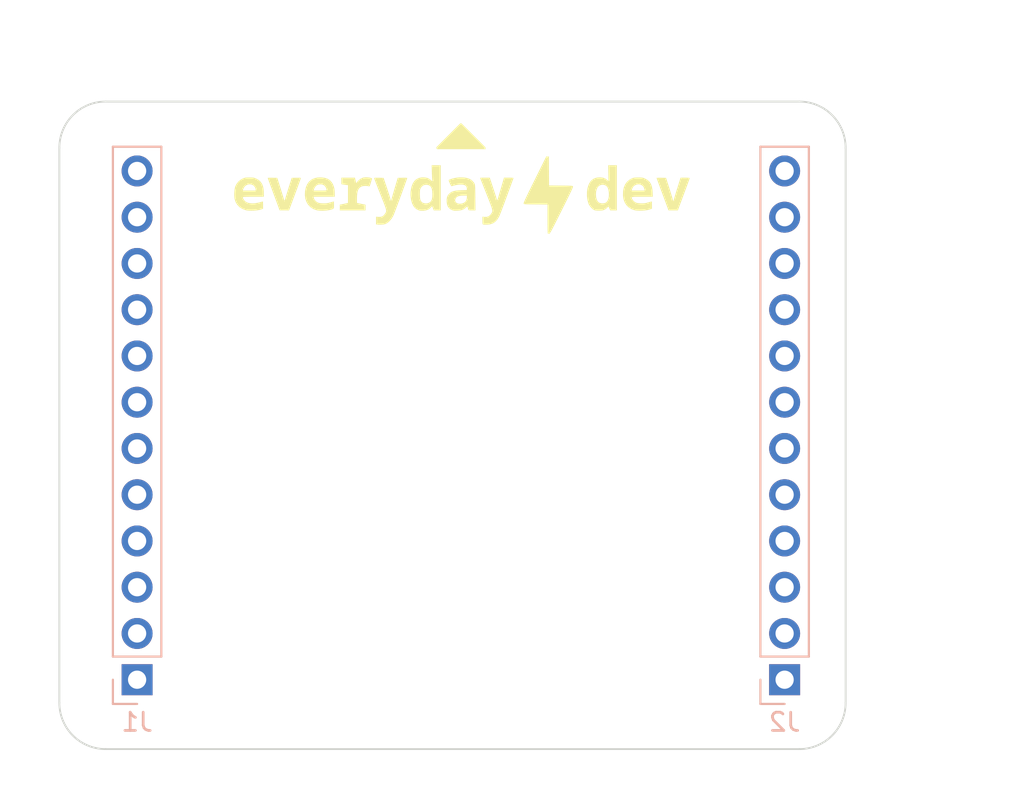
<source format=kicad_pcb>
(kicad_pcb (version 20221018) (generator pcbnew)
  (title_block (title "DAPLink HIC Module - Template") (date "2023-12-02") (rev "Rev A") (company "everyday dev") (comment 1 "CC-BY-SA"))
  (layers (0 "F.Cu" signal) (31 "B.Cu" signal) (34 "B.Paste" user) (35 "F.Paste" user) (36 "B.SilkS" user "B.Silkscreen") (37 "F.SilkS" user "F.Silkscreen") (38 "B.Mask" user) (39 "F.Mask" user) (44 "Edge.Cuts" user))
  (net 0 "")
  (net 1 "/TGT_nRESET_FWRD")
  (net 2 "GND")
  (net 3 "/TGT_PWR_EN")
  (net 4 "+3V3")
  (net 5 "VBUS")
  (net 6 "/HIC_USB_N")
  (net 7 "/HIC_USB_P")
  (net 8 "/LED_MSC")
  (net 9 "/LED_CDC")
  (net 10 "/LED_HID")
  (net 11 "/LED_RUNNING")
  (net 12 "/ISP_EN-LED_A")
  (net 13 "/TGT_TMS_SWDIO")
  (net 14 "/TGT_TCK_SWCLK")
  (net 15 "/TGT_TDO_SWO")
  (net 16 "/TGT_TDI")
  (net 17 "/TGT_nRESET_OUT")
  (net 18 "/TGT_UART_RX")
  (net 19 "/TGT_UART_TX")
  (net 20 "/HIC_TMS_SWDIO")
  (net 21 "/HIC_TCK_SWCLK")
  (net 22 "/HIC_TDO_SWO")
  (net 23 "/HIC_nRESET")
  (net 24 "/HIC_TDI")
  (footprint "gld:everydaydev" (layer "F.Cu") (at 147.05 78.06)
    (fp_text reference "G***" hide)
    (fp_text value "LOGO" hide)
    (fp_poly (pts (xy 12.386509 -0.939878) (xy 12.466622 -0.934745) (xy 12.509221 -0.925883) (xy 12.518113 -0.91696) (xy 12.510853 -0.892327) (xy 12.490093 -0.831838) (xy 12.45736 -0.739706) (xy 12.414182 -0.620146) (xy 12.362086 -0.477372) (xy 12.302602 -0.3156) (xy 12.237255 -0.139044) (xy 12.192313 -0.018224) (xy 11.866514 0.85594) (xy 11.609205 0.855757) (xy 11.351895 0.855575) (xy 11.024909 -0.02693) (xy 10.956687 -0.211463) (xy 10.893317 -0.383657) (xy 10.836306 -0.539363) (xy 10.78716 -0.674431) (xy 10.747385 -0.784711) (xy 10.718486 -0.866052) (xy 10.70197 -0.914305) (xy 10.698582 -0.926143) (xy 10.718861 -0.932092) (xy 10.773672 -0.936103) (xy 10.854776 -0.93784) (xy 10.953938 -0.936963) (xy 10.959336 -0.936842) (xy 11.219431 -0.930834) (xy 11.386592 -0.406571) (xy 11.4337 -0.25757) (xy 11.477735 -0.115926) (xy 11.516574 0.011342) (xy 11.548091 0.117217) (xy 11.570164 0.19468) (xy 11.579271 0.230034) (xy 11.595593 0.292288) (xy 11.610472 0.333083) (xy 11.617718 0.342376) (xy 11.629361 0.323457) (xy 11.645597 0.274767) (xy 11.657275 0.230034) (xy 11.670974 0.178714) (xy 11.695473 0.093571) (xy 11.728683 -0.018406) (xy 11.768513 -0.150229) (xy 11.812876 -0.294911) (xy 11.849195 -0.41192) (xy 12.014488 -0.941533) (xy 12.2663 -0.941533)) (fill solid) (layer "F.SilkS"))
    (fp_poly (pts (xy -8.900582 -0.936541) (xy -8.856594 -0.930636) (xy -8.838534 -0.920267) (xy -8.837303 -0.915464) (xy -8.844503 -0.890209) (xy -8.865198 -0.82912) (xy -8.897863 -0.736435) (xy -8.940966 -0.616393) (xy -8.992982 -0.473232) (xy -9.05238 -0.31119) (xy -9.117632 -0.134507) (xy -9.161632 -0.016048) (xy -9.486232 0.85594) (xy -9.745011 0.855425) (xy -10.003791 0.85491) (xy -10.330228 -0.027263) (xy -10.398367 -0.211778) (xy -10.46168 -0.383952) (xy -10.518661 -0.539632) (xy -10.567802 -0.674666) (xy -10.607596 -0.784901) (xy -10.636535 -0.866187) (xy -10.653112 -0.91437) (xy -10.656555 -0.926143) (xy -10.636492 -0.932078) (xy -10.581855 -0.936088) (xy -10.500837 -0.937836) (xy -10.401631 -0.936988) (xy -10.395066 -0.936842) (xy -10.133686 -0.930834) (xy -10.030865 -0.609856) (xy -9.98566 -0.467342) (xy -9.936022 -0.308563) (xy -9.887604 -0.151731) (xy -9.84606 -0.015058) (xy -9.841543 0) (xy -9.809378 0.106938) (xy -9.780889 0.200764) (xy -9.758658 0.273038) (xy -9.745267 0.315321) (xy -9.74333 0.320978) (xy -9.733098 0.316545) (xy -9.715433 0.277905) (xy -9.693349 0.212352) (xy -9.681434 0.171188) (xy -9.659664 0.095428) (xy -9.627631 -0.01189) (xy -9.588143 -0.141569) (xy -9.544005 -0.284414) (xy -9.498023 -0.431228) (xy -9.485526 -0.470766) (xy -9.339803 -0.930834) (xy -9.088688 -0.936862) (xy -8.976084 -0.938458)) (fill solid) (layer "F.SilkS"))
    (fp_poly (pts (xy -5.165231 -0.960496) (xy -5.07569 -0.950298) (xy -5.000714 -0.933725) (xy -4.949079 -0.911861) (xy -4.929562 -0.885786) (xy -4.93033 -0.879999) (xy -4.972125 -0.734212) (xy -5.004766 -0.625053) (xy -5.030071 -0.547786) (xy -5.04986 -0.497671) (xy -5.065951 -0.469972) (xy -5.080165 -0.45995) (xy -5.091074 -0.46134) (xy -5.170211 -0.480604) (xy -5.271822 -0.488139) (xy -5.377224 -0.483956) (xy -5.467738 -0.468067) (xy -5.489031 -0.461082) (xy -5.579983 -0.412768) (xy -5.6501 -0.342975) (xy -5.701065 -0.247645) (xy -5.734558 -0.122722) (xy -5.752262 0.035852) (xy -5.756192 0.183515) (xy -5.756192 0.445822) (xy -5.654549 0.467335) (xy -5.575186 0.483967) (xy -5.479706 0.503752) (xy -5.419166 0.516186) (xy -5.285426 0.543525) (xy -5.285426 0.699732) (xy -5.285426 0.85594) (xy -5.991575 0.85594) (xy -6.697725 0.85594) (xy -6.697725 0.697833) (xy -6.697725 0.539725) (xy -6.617481 0.525174) (xy -6.553729 0.512692) (xy -6.468378 0.494818) (xy -6.392797 0.47828) (xy -6.248357 0.445938) (xy -6.248357 -0.041755) (xy -6.248357 -0.529448) (xy -6.360699 -0.543651) (xy -6.441023 -0.554501) (xy -6.51589 -0.565728) (xy -6.542586 -0.570187) (xy -6.612132 -0.582522) (xy -6.612132 -0.762027) (xy -6.612132 -0.941533) (xy -6.239358 -0.941533) (xy -5.866585 -0.941533) (xy -5.852427 -0.871988) (xy -5.837082 -0.802287) (xy -5.818757 -0.726089) (xy -5.817195 -0.719934) (xy -5.79612 -0.637425) (xy -5.733948 -0.721965) (xy -5.647732 -0.815413) (xy -5.543619 -0.892249) (xy -5.437464 -0.94086) (xy -5.433494 -0.942027) (xy -5.352909 -0.957442) (xy -5.260563 -0.963238)) (fill solid) (layer "F.SilkS"))
    (fp_poly (pts (xy 4.788171 -1.31097) (xy 4.79378 -0.51419) (xy 5.438502 -0.508527) (xy 5.622718 -0.506731) (xy 5.768753 -0.504741) (xy 5.881223 -0.502262) (xy 5.964743 -0.498995) (xy 6.023929 -0.494643) (xy 6.063396 -0.488908) (xy 6.087761 -0.481492) (xy 6.101639 -0.472099) (xy 6.106817 -0.465446) (xy 6.108771 -0.452237) (xy 6.10361 -0.427162) (xy 6.090149 -0.38769) (xy 6.067206 -0.331295) (xy 6.033598 -0.255446) (xy 5.988142 -0.157616) (xy 5.929656 -0.035276) (xy 5.856957 0.114103) (xy 5.768861 0.29305) (xy 5.664186 0.504093) (xy 5.54175 0.749761) (xy 5.488726 0.85591) (xy 5.361894 1.109526) (xy 5.252642 1.327494) (xy 5.159512 1.512498) (xy 5.081047 1.66722) (xy 5.015791 1.794344) (xy 4.962287 1.896553) (xy 4.919079 1.976529) (xy 4.884709 2.036957) (xy 4.85772 2.080518) (xy 4.836657 2.109896) (xy 4.820062 2.127774) (xy 4.806478 2.136834) (xy 4.79445 2.139761) (xy 4.79162 2.139849) (xy 4.744567 2.134849) (xy 4.721932 2.125583) (xy 4.718687 2.101645) (xy 4.715702 2.039747) (xy 4.713061 1.944724) (xy 4.710851 1.821412) (xy 4.709158 1.674647) (xy 4.708068 1.509266) (xy 4.707667 1.330103) (xy 4.707666 1.323454) (xy 4.707666 0.53559) (xy 4.062685 0.529927) (xy 3.877956 0.528106) (xy 3.731447 0.526059) (xy 3.618578 0.5235) (xy 3.534772 0.520143) (xy 3.475449 0.515703) (xy 3.436033 0.509894) (xy 3.411944 0.502429) (xy 3.398605 0.493023) (xy 3.394987 0.488236) (xy 3.393623 0.474252) (xy 3.400244 0.446466) (xy 3.415981 0.402439) (xy 3.441968 0.339733) (xy 3.479337 0.25591) (xy 3.529221 0.148532) (xy 3.592753 0.015161) (xy 3.671065 -0.146641) (xy 3.765291 -0.339313) (xy 3.876563 -0.565293) (xy 4.006013 -0.827019) (xy 4.006386 -0.827771) (xy 4.6405 -2.10775) (xy 4.711531 -2.10775) (xy 4.782561 -2.10775)) (fill solid) (layer "F.SilkS"))
    (fp_poly (pts (xy 8.516596 -0.385172) (xy 8.516596 0.85594) (xy 8.333949 0.85594) (xy 8.151301 0.85594) (xy 8.10792 0.754735) (xy 8.081587 0.695467) (xy 8.061724 0.654663) (xy 8.055484 0.644476) (xy 8.037856 0.653115) (xy 8.006597 0.686177) (xy 8.001767 0.692199) (xy 7.956537 0.736679) (xy 7.892219 0.785379) (xy 7.858086 0.807007) (xy 7.802445 0.836183) (xy 7.748077 0.854348) (xy 7.681206 0.864477) (xy 7.588056 0.869546) (xy 7.565422 0.870204) (xy 7.468561 0.869805) (xy 7.379081 0.864244) (xy 7.312054 0.854622) (xy 7.296883 0.850564) (xy 7.216799 0.807811) (xy 7.131719 0.736001) (xy 7.051838 0.646086) (xy 6.987351 0.549019) (xy 6.958391 0.486936) (xy 6.901654 0.2841) (xy 6.87343 0.063001) (xy 6.87386 -0.012858) (xy 7.366351 -0.012858) (xy 7.379053 0.135303) (xy 7.414894 0.2691) (xy 7.423698 0.290302) (xy 7.482823 0.382922) (xy 7.564978 0.44155) (xy 7.673742 0.468331) (xy 7.724852 0.470607) (xy 7.837672 0.458502) (xy 7.913545 0.427319) (xy 7.98326 0.361046) (xy 8.03552 0.261589) (xy 8.068623 0.135559) (xy 8.080866 -0.010435) (xy 8.070547 -0.169785) (xy 8.069432 -0.17782) (xy 8.052501 -0.266093) (xy 8.029337 -0.349041) (xy 8.008734 -0.400543) (xy 7.945122 -0.481236) (xy 7.859335 -0.532829) (xy 7.760788 -0.5551) (xy 7.658896 -0.547824) (xy 7.563073 -0.510776) (xy 7.482734 -0.443733) (xy 7.460318 -0.413605) (xy 7.40766 -0.300303) (xy 7.376112 -0.16239) (xy 7.366351 -0.012858) (xy 6.87386 -0.012858) (xy 6.874704 -0.161852) (xy 6.901306 -0.352701) (xy 6.957341 -0.542345) (xy 7.037527 -0.6969) (xy 7.141601 -0.816148) (xy 7.269298 -0.899868) (xy 7.420355 -0.947841) (xy 7.594509 -0.959845) (xy 7.626861 -0.958262) (xy 7.766492 -0.938188) (xy 7.879852 -0.89498) (xy 7.979443 -0.823616) (xy 7.992782 -0.811299) (xy 8.057427 -0.750051) (xy 8.049167 -1.188168) (xy 8.040907 -1.626284) (xy 8.278752 -1.626284) (xy 8.516596 -1.626284)) (fill solid) (layer "F.SilkS"))
    (fp_poly (pts (xy -1.155518 -0.385172) (xy -1.155518 0.85594) (xy -1.345619 0.85594) (xy -1.53572 0.85594) (xy -1.582909 0.739675) (xy -1.630097 0.62341) (xy -1.69758 0.700268) (xy -1.800087 0.789476) (xy -1.92491 0.846925) (xy -2.076231 0.874239) (xy -2.153454 0.877129) (xy -2.249758 0.874978) (xy -2.320106 0.865951) (xy -2.381202 0.846598) (xy -2.441942 0.817578) (xy -2.560779 0.734984) (xy -2.655892 0.622658) (xy -2.72853 0.478292) (xy -2.779943 0.299581) (xy -2.804483 0.148648) (xy -2.816822 -0.002079) (xy -2.816087 -0.032097) (xy -2.300337 -0.032097) (xy -2.29645 0.115577) (xy -2.283326 0.227893) (xy -2.258769 0.311705) (xy -2.220586 0.373869) (xy -2.166582 0.421239) (xy -2.15226 0.430416) (xy -2.064224 0.463117) (xy -1.959039 0.471922) (xy -1.854796 0.457215) (xy -1.773889 0.422338) (xy -1.709447 0.36894) (xy -1.664062 0.303415) (xy -1.635111 0.218214) (xy -1.61997 0.105788) (xy -1.615988 -0.032097) (xy -1.623702 -0.199431) (xy -1.647568 -0.329896) (xy -1.689632 -0.427028) (xy -1.75194 -0.494366) (xy -1.836537 -0.535444) (xy -1.916302 -0.551201) (xy -2.036117 -0.545734) (xy -2.138691 -0.50132) (xy -2.22174 -0.41911) (xy -2.242854 -0.386658) (xy -2.267427 -0.341986) (xy -2.283794 -0.300601) (xy -2.29361 -0.252302) (xy -2.298528 -0.18689) (xy -2.3002 -0.094166) (xy -2.300337 -0.032097) (xy -2.816087 -0.032097) (xy -2.813432 -0.140492) (xy -2.803915 -0.228428) (xy -2.761967 -0.439541) (xy -2.697012 -0.614623) (xy -2.608891 -0.753828) (xy -2.497444 -0.857313) (xy -2.362512 -0.925234) (xy -2.203936 -0.957748) (xy -2.058398 -0.958261) (xy -1.924895 -0.938164) (xy -1.814458 -0.894629) (xy -1.710561 -0.820478) (xy -1.681977 -0.794735) (xy -1.634462 -0.75352) (xy -1.613302 -0.74371) (xy -1.61485 -0.759646) (xy -1.620508 -0.79381) (xy -1.626526 -0.863301) (xy -1.632452 -0.960655) (xy -1.637835 -1.078409) (xy -1.642222 -1.2091) (xy -1.642367 -1.214364) (xy -1.653614 -1.626284) (xy -1.404566 -1.626284) (xy -1.155518 -1.626284)) (fill solid) (layer "F.SilkS"))
    (fp_poly (pts (xy -4.61569 -0.938022) (xy -4.55433 -0.936842) (xy -4.294 -0.930834) (xy -4.114901 -0.395872) (xy -4.065278 -0.24627) (xy -4.01909 -0.104424) (xy -3.978474 0.022894) (xy -3.94557 0.12891) (xy -3.922517 0.206852) (xy -3.912349 0.245584) (xy -3.888897 0.352077) (xy -3.849218 0.202787) (xy -3.831565 0.138834) (xy -3.803988 0.041987) (xy -3.768836 -0.079648) (xy -3.728459 -0.217964) (xy -3.685205 -0.364856) (xy -3.663328 -0.438669) (xy -3.517117 -0.930834) (xy -3.256452 -0.936842) (xy -3.152381 -0.937721) (xy -3.069383 -0.935442) (xy -3.014759 -0.930387) (xy -2.995788 -0.9232) (xy -3.003031 -0.896405) (xy -3.02361 -0.83424) (xy -3.055802 -0.741392) (xy -3.097883 -0.622552) (xy -3.14813 -0.482408) (xy -3.204818 -0.325649) (xy -3.266225 -0.156963) (xy -3.330626 0.01896) (xy -3.396297 0.197431) (xy -3.461516 0.373762) (xy -3.524559 0.543264) (xy -3.583701 0.701247) (xy -3.637219 0.843023) (xy -3.68339 0.963904) (xy -3.720489 1.059199) (xy -3.746793 1.124221) (xy -3.75685 1.147116) (xy -3.842685 1.296531) (xy -3.947041 1.427181) (xy -4.061909 1.530026) (xy -4.138304 1.577625) (xy -4.211791 1.609751) (xy -4.287084 1.628343) (xy -4.381754 1.637224) (xy -4.418787 1.638632) (xy -4.508434 1.639801) (xy -4.588397 1.638271) (xy -4.643368 1.634377) (xy -4.648821 1.633558) (xy -4.707666 1.623442) (xy -4.707666 1.413343) (xy -4.707666 1.203244) (xy -4.573926 1.212827) (xy -4.450622 1.209411) (xy -4.353254 1.176698) (xy -4.273382 1.110884) (xy -4.234228 1.059759) (xy -4.205687 1.017923) (xy -4.18259 0.981677) (xy -4.165825 0.947) (xy -4.156276 0.909867) (xy -4.154829 0.866256) (xy -4.162369 0.812143) (xy -4.179781 0.743506) (xy -4.207952 0.656321) (xy -4.247767 0.546564) (xy -4.300111 0.410214) (xy -4.365869 0.243246) (xy -4.445928 0.041638) (xy -4.473707 -0.028317) (xy -4.545572 -0.210018) (xy -4.612285 -0.379894) (xy -4.672221 -0.533724) (xy -4.723758 -0.667286) (xy -4.765272 -0.776359) (xy -4.795141 -0.856722) (xy -4.811742 -0.904152) (xy -4.814659 -0.915124) (xy -4.805046 -0.927094) (xy -4.772443 -0.934586) (xy -4.711206 -0.938072)) (fill solid) (layer "F.SilkS"))
    (fp_poly (pts (xy -11.551856 -0.951231) (xy -11.472462 -0.947376) (xy -11.412136 -0.93856) (xy -11.359022 -0.922889) (xy -11.301262 -0.898469) (xy -11.2877 -0.892177) (xy -11.146634 -0.809189) (xy -11.036563 -0.705075) (xy -10.955788 -0.576615) (xy -10.902611 -0.42059) (xy -10.875334 -0.233779) (xy -10.870684 -0.101642) (xy -10.87043 0.106993) (xy -11.448189 0.106993) (xy -11.6472 0.107808) (xy -11.804656 0.110248) (xy -11.920272 0.1143) (xy -11.993759 0.119955) (xy -12.024831 0.1272) (xy -12.025948 0.129079) (xy -12.012419 0.183918) (xy -11.977964 0.252553) (xy -11.931785 0.318383) (xy -11.905239 0.346894) (xy -11.806431 0.412169) (xy -11.677877 0.454012) (xy -11.526013 0.471846) (xy -11.357277 0.465097) (xy -11.178103 0.433188) (xy -11.118583 0.417271) (xy -11.035698 0.393565) (xy -10.969584 0.375245) (xy -10.930109 0.365017) (xy -10.923603 0.363775) (xy -10.919124 0.383615) (xy -10.915617 0.436911) (xy -10.913563 0.514322) (xy -10.913227 0.565096) (xy -10.913227 0.766417) (xy -11.046967 0.813504) (xy -11.145572 0.838616) (xy -11.272853 0.857246) (xy -11.416222 0.868903) (xy -11.56309 0.873096) (xy -11.700867 0.869334) (xy -11.816967 0.857128) (xy -11.870794 0.8456) (xy -12.055988 0.774456) (xy -12.210934 0.674352) (xy -12.334157 0.546777) (xy -12.424185 0.393221) (xy -12.475606 0.234057) (xy -12.491183 0.121193) (xy -12.49592 -0.014272) (xy -12.490627 -0.158361) (xy -12.482568 -0.235383) (xy -12.02296 -0.235383) (xy -11.671379 -0.235383) (xy -11.319798 -0.235383) (xy -11.319878 -0.294229) (xy -11.331202 -0.352514) (xy -11.358737 -0.41645) (xy -11.362479 -0.422815) (xy -11.435982 -0.507735) (xy -11.527039 -0.559457) (xy -11.62802 -0.579387) (xy -11.731293 -0.568928) (xy -11.829227 -0.529485) (xy -11.914191 -0.462461) (xy -11.978553 -0.369262) (xy -12.003107 -0.304928) (xy -12.02296 -0.235383) (xy -12.482568 -0.235383) (xy -12.476111 -0.297097) (xy -12.453179 -0.416503) (xy -12.434569 -0.476044) (xy -12.358462 -0.61775) (xy -12.249941 -0.745464) (xy -12.119273 -0.84834) (xy -12.042884 -0.889854) (xy -11.980075 -0.917146) (xy -11.925501 -0.935031) (xy -11.867091 -0.945482) (xy -11.792776 -0.950469) (xy -11.690482 -0.951964) (xy -11.662174 -0.952021)) (fill solid) (layer "F.SilkS"))
    (fp_poly (pts (xy -7.52734 -0.934551) (xy -7.372383 -0.883901) (xy -7.245405 -0.804293) (xy -7.143118 -0.693873) (xy -7.088792 -0.605606) (xy -7.031461 -0.475167) (xy -6.995542 -0.336965) (xy -6.978352 -0.178358) (xy -6.975906 -0.073841) (xy -6.975906 0.106993) (xy -7.55634 0.106993) (xy -8.136773 0.106993) (xy -8.123953 0.171097) (xy -8.087405 0.268256) (xy -8.017326 0.349029) (xy -7.941811 0.401531) (xy -7.88802 0.429663) (xy -7.834173 0.447875) (xy -7.767461 0.458923) (xy -7.675075 0.465559) (xy -7.636001 0.467281) (xy -7.522818 0.46952) (xy -7.432062 0.464129) (xy -7.343687 0.44874) (xy -7.237649 0.420986) (xy -7.233164 0.419702) (xy -7.147937 0.395531) (xy -7.079407 0.376616) (xy -7.037112 0.365561) (xy -7.028447 0.363775) (xy -7.02415 0.383578) (xy -7.020821 0.436613) (xy -7.018945 0.513319) (xy -7.018703 0.555811) (xy -7.019193 0.647107) (xy -7.022475 0.705269) (xy -7.031262 0.73996) (xy -7.048272 0.760843) (xy -7.076218 0.777582) (xy -7.081837 0.780496) (xy -7.17932 0.817242) (xy -7.307497 0.845938) (xy -7.454876 0.865751) (xy -7.609968 0.875852) (xy -7.761281 0.875409) (xy -7.897326 0.86359) (xy -7.985638 0.845888) (xy -8.164935 0.77622) (xy -8.317011 0.675137) (xy -8.440127 0.545607) (xy -8.532547 0.390597) (xy -8.592534 0.213073) (xy -8.618351 0.016002) (xy -8.608261 -0.197648) (xy -8.606062 -0.21388) (xy -8.601251 -0.235383) (xy -8.132239 -0.235383) (xy -7.778757 -0.235383) (xy -7.648413 -0.235604) (xy -7.554799 -0.236766) (xy -7.491846 -0.239618) (xy -7.453487 -0.24491) (xy -7.433654 -0.25339) (xy -7.42628 -0.265809) (xy -7.425274 -0.279032) (xy -7.441213 -0.349327) (xy -7.482271 -0.427487) (xy -7.538307 -0.497123) (xy -7.582273 -0.532805) (xy -7.674648 -0.56807) (xy -7.783473 -0.576718) (xy -7.891315 -0.558275) (xy -7.932163 -0.542317) (xy -8.004837 -0.488951) (xy -8.068861 -0.408703) (xy -8.112359 -0.317363) (xy -8.11873 -0.294229) (xy -8.132239 -0.235383) (xy -8.601251 -0.235383) (xy -8.560409 -0.41792) (xy -8.486057 -0.590401) (xy -8.383743 -0.730708) (xy -8.254207 -0.838226) (xy -8.098186 -0.912339) (xy -7.916418 -0.952431) (xy -7.713565 -0.958099)) (fill solid) (layer "F.SilkS"))
    (fp_poly (pts (xy 9.802323 -0.951563) (xy 9.879859 -0.948115) (xy 9.938542 -0.939722) (xy 9.990341 -0.924221) (xy 10.047224 -0.899447) (xy 10.083587 -0.881788) (xy 10.213408 -0.804176) (xy 10.314211 -0.710944) (xy 10.388743 -0.596983) (xy 10.439752 -0.457186) (xy 10.469987 -0.286445) (xy 10.480318 -0.144439) (xy 10.490532 0.106993) (xy 9.910135 0.106993) (xy 9.731442 0.106922) (xy 9.591481 0.107462) (xy 9.486194 0.109744) (xy 9.411519 0.1149) (xy 9.363395 0.124059) (xy 9.337763 0.138353) (xy 9.330561 0.158912) (xy 9.33773 0.186867) (xy 9.355208 0.223348) (xy 9.3725 0.256711) (xy 9.437319 0.340953) (xy 9.516279 0.399731) (xy 9.570945 0.428597) (xy 9.62441 0.44725) (xy 9.689617 0.45852) (xy 9.77951 0.465239) (xy 9.825162 0.467281) (xy 9.938345 0.46952) (xy 10.029101 0.464129) (xy 10.117475 0.44874) (xy 10.223514 0.420986) (xy 10.227999 0.419702) (xy 10.313226 0.395531) (xy 10.381755 0.376616) (xy 10.42405 0.365561) (xy 10.432716 0.363775) (xy 10.436932 0.383611) (xy 10.440229 0.436879) (xy 10.442153 0.514214) (xy 10.44246 0.56405) (xy 10.44246 0.764325) (xy 10.29802 0.813466) (xy 10.195706 0.838879) (xy 10.065209 0.85767) (xy 9.919572 0.869277) (xy 9.771839 0.873136) (xy 9.635052 0.868684) (xy 9.522255 0.85536) (xy 9.490227 0.848333) (xy 9.307856 0.781369) (xy 9.15418 0.68364) (xy 9.030394 0.557172) (xy 8.937693 0.40399) (xy 8.877272 0.226121) (xy 8.850326 0.025591) (xy 8.858049 -0.195574) (xy 8.86081 -0.219036) (xy 8.8643 -0.235383) (xy 9.326855 -0.235383) (xy 9.684172 -0.235383) (xy 10.041488 -0.235383) (xy 10.029302 -0.310481) (xy 9.992889 -0.416491) (xy 9.926577 -0.498505) (xy 9.837801 -0.553446) (xy 9.733997 -0.578237) (xy 9.622602 -0.5698) (xy 9.511053 -0.525058) (xy 9.510941 -0.524992) (xy 9.433208 -0.462835) (xy 9.376158 -0.375847) (xy 9.341376 -0.28353) (xy 9.326855 -0.235383) (xy 8.8643 -0.235383) (xy 8.90303 -0.416819) (xy 8.976718 -0.585673) (xy 9.08207 -0.725885) (xy 9.219282 -0.837741) (xy 9.31904 -0.892327) (xy 9.379279 -0.918721) (xy 9.432549 -0.936012) (xy 9.490699 -0.946095) (xy 9.565581 -0.950862) (xy 9.669046 -0.952207) (xy 9.693963 -0.952232)) (fill solid) (layer "F.SilkS"))
    (fp_poly (pts (xy 1.720395 -0.390522) (xy 1.770039 -0.240205) (xy 1.816001 -0.099043) (xy 1.856266 0.026623) (xy 1.888821 0.130448) (xy 1.911651 0.206088) (xy 1.922503 0.246083) (xy 1.928086 0.273238) (xy 1.93286 0.293887) (xy 1.938166 0.304474) (xy 1.945345 0.30144) (xy 1.955737 0.281229) (xy 1.970681 0.240284) (xy 1.99152 0.175048) (xy 2.019592 0.081964) (xy 2.056238 -0.042526) (xy 2.102799 -0.201979) (xy 2.142219 -0.337026) (xy 2.318833 -0.941533) (xy 2.584705 -0.941533) (xy 2.700144 -0.940518) (xy 2.777884 -0.937121) (xy 2.822984 -0.930813) (xy 2.840501 -0.921065) (xy 2.840516 -0.914785) (xy 2.831397 -0.889893) (xy 2.809106 -0.82877) (xy 2.775095 -0.735405) (xy 2.730816 -0.613785) (xy 2.67772 -0.467901) (xy 2.617261 -0.301741) (xy 2.550889 -0.119295) (xy 2.480057 0.075448) (xy 2.472476 0.096294) (xy 2.399299 0.296354) (xy 2.328437 0.487893) (xy 2.261623 0.66638) (xy 2.200589 0.827281) (xy 2.147068 0.966066) (xy 2.102791 1.078203) (xy 2.069492 1.159159) (xy 2.048903 1.204403) (xy 2.048791 1.204614) (xy 1.947109 1.366174) (xy 1.832809 1.488207) (xy 1.702547 1.572968) (xy 1.552979 1.62271) (xy 1.403917 1.639271) (xy 1.315729 1.640379) (xy 1.239141 1.638792) (xy 1.188272 1.63486) (xy 1.182266 1.633788) (xy 1.160263 1.626626) (xy 1.146238 1.611214) (xy 1.1384 1.579302) (xy 1.13496 1.522643) (xy 1.13413 1.432985) (xy 1.13412 1.41182) (xy 1.13412 1.200332) (xy 1.240965 1.212986) (xy 1.37229 1.210731) (xy 1.483756 1.170697) (xy 1.574847 1.093111) (xy 1.603363 1.054811) (xy 1.630355 1.014079) (xy 1.65194 0.97799) (xy 1.667214 0.942578) (xy 1.675269 0.903882) (xy 1.675199 0.857937) (xy 1.666098 0.80078) (xy 1.647059 0.728448) (xy 1.617176 0.636977) (xy 1.575543 0.522404) (xy 1.521252 0.380765) (xy 1.453397 0.208098) (xy 1.371073 0.000438) (xy 1.350191 -0.0522) (xy 1.2781 -0.234191) (xy 1.211128 -0.403707) (xy 1.150878 -0.556656) (xy 1.098955 -0.688945) (xy 1.056962 -0.79648) (xy 1.026503 -0.87517) (xy 1.009184 -0.920922) (xy 1.005729 -0.931107) (xy 1.025771 -0.935069) (xy 1.08048 -0.938338) (xy 1.161724 -0.940597) (xy 1.261375 -0.941525) (xy 1.271429 -0.941533) (xy 1.53713 -0.941533)) (fill solid) (layer "F.SilkS"))
    (fp_poly (pts (xy 0.08788 -0.956612) (xy 0.278233 -0.92879) (xy 0.437046 -0.873415) (xy 0.565214 -0.790136) (xy 0.663631 -0.678598) (xy 0.692061 -0.631255) (xy 0.704739 -0.606057) (xy 0.714925 -0.579227) (xy 0.722945 -0.545895) (xy 0.729124 -0.50119) (xy 0.733788 -0.44024) (xy 0.737265 -0.358173) (xy 0.739878 -0.25012) (xy 0.741955 -0.111209) (xy 0.743822 0.063432) (xy 0.744681 0.155139) (xy 0.751115 0.85594) (xy 0.559764 0.85594) (xy 0.468671 0.855364) (xy 0.411524 0.85212) (xy 0.379477 0.843935) (xy 0.363682 0.828535) (xy 0.355289 0.803648) (xy 0.355224 0.803387) (xy 0.337002 0.741682) (xy 0.320027 0.692952) (xy 0.29802 0.63507) (xy 0.229254 0.700401) (xy 0.139501 0.774) (xy 0.04522 0.824117) (xy -0.06491 0.854849) (xy -0.20221 0.870293) (xy -0.246083 0.872398) (xy -0.346513 0.875304) (xy -0.416937 0.873649) (xy -0.470073 0.865426) (xy -0.518635 0.848629) (xy -0.57534 0.821249) (xy -0.577655 0.820061) (xy -0.685379 0.748252) (xy -0.760976 0.657301) (xy -0.807872 0.541358) (xy -0.829493 0.394576) (xy -0.829783 0.389703) (xy -0.830129 0.311549) (xy -0.363925 0.311549) (xy -0.341838 0.386178) (xy -0.289854 0.441081) (xy -0.209666 0.476424) (xy -0.111861 0.490729) (xy -0.007024 0.482517) (xy 0.094258 0.450306) (xy 0.099429 0.44785) (xy 0.19414 0.382125) (xy 0.253186 0.293242) (xy 0.27743 0.179777) (xy 0.27818 0.152614) (xy 0.27818 0.042797) (xy 0.101643 0.042917) (xy -0.043 0.048746) (xy -0.153775 0.067346) (xy -0.238238 0.100718) (xy -0.303242 0.150161) (xy -0.352064 0.225864) (xy -0.363925 0.311549) (xy -0.830129 0.311549) (xy -0.830426 0.24449) (xy -0.811757 0.12933) (xy -0.770997 0.034802) (xy -0.705372 -0.048512) (xy -0.698634 -0.055304) (xy -0.622824 -0.120759) (xy -0.539829 -0.170288) (xy -0.442231 -0.206098) (xy -0.322607 -0.230394) (xy -0.173538 -0.245382) (xy -0.037447 -0.251858) (xy 0.27818 -0.262078) (xy 0.27818 -0.335731) (xy 0.265691 -0.424398) (xy 0.223924 -0.487826) (xy 0.165204 -0.527707) (xy 0.084588 -0.552823) (xy -0.025291 -0.563167) (xy -0.153608 -0.55895) (xy -0.289537 -0.540379) (xy -0.390761 -0.516938) (xy -0.469276 -0.495438) (xy -0.530552 -0.479274) (xy -0.564068 -0.471201) (xy -0.56703 -0.470766) (xy -0.583766 -0.488858) (xy -0.610716 -0.535621) (xy -0.642715 -0.599786) (xy -0.674603 -0.670086) (xy -0.701215 -0.735251) (xy -0.717389 -0.784013) (xy -0.719436 -0.803419) (xy -0.690152 -0.829856) (xy -0.626792 -0.85859) (xy -0.537834 -0.887391) (xy -0.431759 -0.914027) (xy -0.317047 -0.936266) (xy -0.202176 -0.951878) (xy -0.134907 -0.957234)) (fill solid) (layer "F.SilkS"))
  )
  (footprint "Connector_PinHeader_2.54mm:PinHeader_1x12_P2.54mm_Vertical" (layer "B.Cu") (at 164.78 104.69)
    (fp_text reference "J2" (at 0 2.33 unlocked) (layer "B.SilkS") (effects (justify mirror)))
    (fp_text value "Conn_01x12_Socket")
    (fp_line (start -1.33 -29.27) (end 1.33 -29.27) (stroke (width 0.12)) (layer "B.SilkS"))
    (fp_line (start -1.33 -1.27) (end -1.33 -29.27) (stroke (width 0.12)) (layer "B.SilkS"))
    (fp_line (start -1.33 -1.27) (end 1.33 -1.27) (stroke (width 0.12)) (layer "B.SilkS"))
    (fp_line (start -1.33 0) (end -1.33 1.33) (stroke (width 0.12)) (layer "B.SilkS"))
    (fp_line (start -1.33 1.33) (end 0 1.33) (stroke (width 0.12)) (layer "B.SilkS"))
    (fp_line (start 1.33 -1.27) (end 1.33 -29.27) (stroke (width 0.12)) (layer "B.SilkS"))
    (pad "1" thru_hole rect (at 0 0) (size 1.7 1.7) (drill 1) (layers "*.Cu" "*.Mask") (net 13 "/TGT_TMS_SWDIO"))
    (pad "2" thru_hole oval (at 0 -2.54) (size 1.7 1.7) (drill 1) (layers "*.Cu" "*.Mask") (net 14 "/TGT_TCK_SWCLK"))
    (pad "3" thru_hole oval (at 0 -5.08) (size 1.7 1.7) (drill 1) (layers "*.Cu" "*.Mask") (net 15 "/TGT_TDO_SWO"))
    (pad "4" thru_hole oval (at 0 -7.62) (size 1.7 1.7) (drill 1) (layers "*.Cu" "*.Mask") (net 16 "/TGT_TDI"))
    (pad "5" thru_hole oval (at 0 -10.16) (size 1.7 1.7) (drill 1) (layers "*.Cu" "*.Mask") (net 17 "/TGT_nRESET_OUT"))
    (pad "6" thru_hole oval (at 0 -12.7) (size 1.7 1.7) (drill 1) (layers "*.Cu" "*.Mask") (net 18 "/TGT_UART_RX"))
    (pad "7" thru_hole oval (at 0 -15.24) (size 1.7 1.7) (drill 1) (layers "*.Cu" "*.Mask") (net 19 "/TGT_UART_TX"))
    (pad "8" thru_hole oval (at 0 -17.78) (size 1.7 1.7) (drill 1) (layers "*.Cu" "*.Mask") (net 20 "/HIC_TMS_SWDIO"))
    (pad "9" thru_hole oval (at 0 -20.32) (size 1.7 1.7) (drill 1) (layers "*.Cu" "*.Mask") (net 21 "/HIC_TCK_SWCLK"))
    (pad "10" thru_hole oval (at 0 -22.86) (size 1.7 1.7) (drill 1) (layers "*.Cu" "*.Mask") (net 22 "/HIC_TDO_SWO"))
    (pad "11" thru_hole oval (at 0 -25.4) (size 1.7 1.7) (drill 1) (layers "*.Cu" "*.Mask") (net 24 "/HIC_TDI"))
    (pad "12" thru_hole oval (at 0 -27.94) (size 1.7 1.7) (drill 1) (layers "*.Cu" "*.Mask") (net 23 "/HIC_nRESET"))
  )
  (footprint "Connector_PinHeader_2.54mm:PinHeader_1x12_P2.54mm_Vertical" (layer "B.Cu") (at 129.22 104.69)
    (fp_text reference "J1" (at 0 2.33 unlocked) (layer "B.SilkS") (effects (justify mirror)))
    (fp_text value "Conn_01x12_Socket")
    (fp_line (start -1.33 -29.27) (end 1.33 -29.27) (stroke (width 0.12)) (layer "B.SilkS"))
    (fp_line (start -1.33 -1.27) (end -1.33 -29.27) (stroke (width 0.12)) (layer "B.SilkS"))
    (fp_line (start -1.33 -1.27) (end 1.33 -1.27) (stroke (width 0.12)) (layer "B.SilkS"))
    (fp_line (start -1.33 0) (end -1.33 1.33) (stroke (width 0.12)) (layer "B.SilkS"))
    (fp_line (start -1.33 1.33) (end 0 1.33) (stroke (width 0.12)) (layer "B.SilkS"))
    (fp_line (start 1.33 -1.27) (end 1.33 -29.27) (stroke (width 0.12)) (layer "B.SilkS"))
    (pad "1" thru_hole rect (at 0 0) (size 1.7 1.7) (drill 1) (layers "*.Cu" "*.Mask") (net 1 "/TGT_nRESET_FWRD"))
    (pad "2" thru_hole oval (at 0 -2.54) (size 1.7 1.7) (drill 1) (layers "*.Cu" "*.Mask") (net 3 "/TGT_PWR_EN"))
    (pad "3" thru_hole oval (at 0 -5.08) (size 1.7 1.7) (drill 1) (layers "*.Cu" "*.Mask") (net 2 "GND"))
    (pad "4" thru_hole oval (at 0 -7.62) (size 1.7 1.7) (drill 1) (layers "*.Cu" "*.Mask") (net 4 "+3V3"))
    (pad "5" thru_hole oval (at 0 -10.16) (size 1.7 1.7) (drill 1) (layers "*.Cu" "*.Mask") (net 5 "VBUS"))
    (pad "6" thru_hole oval (at 0 -12.7) (size 1.7 1.7) (drill 1) (layers "*.Cu" "*.Mask") (net 6 "/HIC_USB_N"))
    (pad "7" thru_hole oval (at 0 -15.24) (size 1.7 1.7) (drill 1) (layers "*.Cu" "*.Mask") (net 7 "/HIC_USB_P"))
    (pad "8" thru_hole oval (at 0 -17.78) (size 1.7 1.7) (drill 1) (layers "*.Cu" "*.Mask") (net 8 "/LED_MSC"))
    (pad "9" thru_hole oval (at 0 -20.32) (size 1.7 1.7) (drill 1) (layers "*.Cu" "*.Mask") (net 9 "/LED_CDC"))
    (pad "10" thru_hole oval (at 0 -22.86) (size 1.7 1.7) (drill 1) (layers "*.Cu" "*.Mask") (net 10 "/LED_HID"))
    (pad "11" thru_hole oval (at 0 -25.4) (size 1.7 1.7) (drill 1) (layers "*.Cu" "*.Mask") (net 11 "/LED_RUNNING"))
    (pad "12" thru_hole oval (at 0 -27.94) (size 1.7 1.7) (drill 1) (layers "*.Cu" "*.Mask") (net 12 "/ISP_EN-LED_A"))
  )
  (gr_poly (pts (xy 147 74.21) (xy 145.73 75.48) (xy 148.27 75.48)) (stroke (width 0.15)) (fill solid) (layer "F.SilkS"))
  (gr_arc (start 124.95 75.48) (mid 125.693949 73.683949) (end 127.49 72.94) (stroke (width 0.1)) (layer "Edge.Cuts"))
  (gr_arc (start 165.59 72.94) (mid 167.386051 73.683949) (end 168.13 75.48) (stroke (width 0.1)) (layer "Edge.Cuts"))
  (gr_line (start 168.13 105.96) (end 168.13 75.48) (stroke (width 0.1)) (layer "Edge.Cuts"))
  (gr_arc (start 127.49 108.5) (mid 125.693949 107.756051) (end 124.95 105.96) (stroke (width 0.1)) (layer "Edge.Cuts"))
  (gr_line (start 124.95 105.96) (end 124.95 75.48) (stroke (width 0.1)) (layer "Edge.Cuts"))
  (gr_arc (start 168.13 105.96) (mid 167.386051 107.756051) (end 165.59 108.5) (stroke (width 0.1)) (layer "Edge.Cuts"))
  (gr_line (start 165.59 72.94) (end 127.49 72.94) (stroke (width 0.1)) (layer "Edge.Cuts"))
  (gr_line (start 127.49 108.5) (end 165.59 108.5) (stroke (width 0.1)) (layer "Edge.Cuts"))
)
</source>
